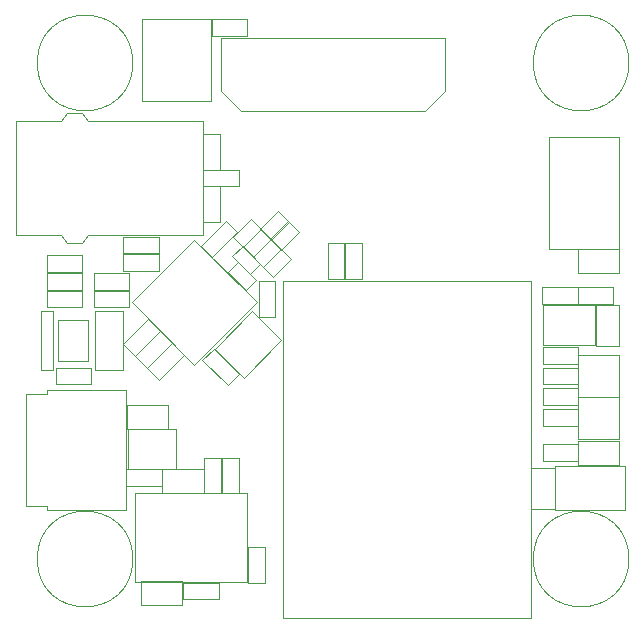
<source format=gbr>
%TF.GenerationSoftware,KiCad,Pcbnew,7.0.7*%
%TF.CreationDate,2024-01-21T18:01:17-05:00*%
%TF.ProjectId,Forerunner-Cubic-Mainboard,466f7265-7275-46e6-9e65-722d43756269,rev?*%
%TF.SameCoordinates,Original*%
%TF.FileFunction,Other,User*%
%FSLAX46Y46*%
G04 Gerber Fmt 4.6, Leading zero omitted, Abs format (unit mm)*
G04 Created by KiCad (PCBNEW 7.0.7) date 2024-01-21 18:01:17*
%MOMM*%
%LPD*%
G01*
G04 APERTURE LIST*
%ADD10C,0.050000*%
G04 APERTURE END LIST*
D10*
%TO.C,LP1*%
X7200000Y25000000D02*
X7200000Y20000000D01*
X4850000Y20000000D02*
X7200000Y20000000D01*
X4850000Y25000000D02*
X7200000Y25000000D01*
X4850000Y25000000D02*
X4850000Y20000000D01*
X1250000Y25000000D02*
X1250000Y20000000D01*
X300000Y20000000D02*
X1250000Y20000000D01*
X300000Y25000000D02*
X1250000Y25000000D01*
X300000Y25000000D02*
X300000Y20000000D01*
%TO.C,U8*%
X42775000Y25500000D02*
X42775000Y22100000D01*
X42775000Y25500000D02*
X47175000Y25500000D01*
X42775000Y22100000D02*
X47175000Y22100000D01*
X47175000Y25500000D02*
X47175000Y22100000D01*
%TO.C,C20*%
X7250000Y28400000D02*
X7250000Y29800000D01*
X10250000Y29800000D02*
X7250000Y29800000D01*
X10250000Y28400000D02*
X7250000Y28400000D01*
X10250000Y28400000D02*
X10250000Y29800000D01*
%TO.C,F2*%
X14750000Y48300000D02*
X14750000Y49700000D01*
X17750000Y49700000D02*
X14750000Y49700000D01*
X17750000Y48300000D02*
X14750000Y48300000D01*
X17750000Y48300000D02*
X17750000Y49700000D01*
%TO.C,SW1*%
X49750000Y8150000D02*
X43750000Y8150000D01*
X43750000Y8150000D02*
X43750000Y11850000D01*
X43750000Y11850000D02*
X49750000Y11850000D01*
X49750000Y11850000D02*
X49750000Y8150000D01*
%TO.C,R21*%
X7750000Y28200000D02*
X7750000Y26800000D01*
X4750000Y26800000D02*
X7750000Y26800000D01*
X4750000Y28200000D02*
X7750000Y28200000D01*
X4750000Y28200000D02*
X4750000Y26800000D01*
%TO.C,R27*%
X19081802Y28733274D02*
X18233274Y29581802D01*
X19718198Y31066726D02*
X18233274Y29581802D01*
X20566726Y30218198D02*
X19081802Y28733274D01*
X20566726Y30218198D02*
X19718198Y31066726D01*
%TO.C,MH3*%
X50050000Y4000000D02*
G75*
G03*
X50050000Y4000000I-4050000J0D01*
G01*
%TO.C,U5*%
X8250000Y2050000D02*
X8250000Y9550000D01*
X17750000Y2050000D02*
X8250000Y2050000D01*
X8250000Y9550000D02*
X17750000Y9550000D01*
X17750000Y9550000D02*
X17750000Y2050000D01*
%TO.C,R22*%
X7750000Y26700000D02*
X7750000Y25300000D01*
X4750000Y25300000D02*
X7750000Y25300000D01*
X4750000Y26700000D02*
X7750000Y26700000D01*
X4750000Y26700000D02*
X4750000Y25300000D01*
%TO.C,D8*%
X14000000Y39950000D02*
X15400000Y39950000D01*
X15400000Y36950000D02*
X15400000Y39950000D01*
X14000000Y36950000D02*
X14000000Y39950000D01*
X14000000Y36950000D02*
X15400000Y36950000D01*
%TO.C,R17*%
X14100000Y12550000D02*
X15500000Y12550000D01*
X15500000Y9550000D02*
X15500000Y12550000D01*
X14100000Y9550000D02*
X14100000Y12550000D01*
X14100000Y9550000D02*
X15500000Y9550000D01*
%TO.C,L2*%
X8800000Y49750000D02*
X14700000Y49750000D01*
X14700000Y42750000D02*
X14700000Y49750000D01*
X8800000Y42750000D02*
X8800000Y49750000D01*
X8800000Y42750000D02*
X14700000Y42750000D01*
%TO.C,R7*%
X45750000Y21950000D02*
X45750000Y20550000D01*
X42750000Y20550000D02*
X45750000Y20550000D01*
X42750000Y21950000D02*
X45750000Y21950000D01*
X42750000Y21950000D02*
X42750000Y20550000D01*
%TO.C,X1*%
X14971573Y21796447D02*
X18153553Y24978427D01*
X18153553Y24978427D02*
X20628427Y22503553D01*
X20628427Y22503553D02*
X17446447Y19321573D01*
X17446447Y19321573D02*
X14971573Y21796447D01*
%TO.C,MH4*%
X8050000Y4000000D02*
G75*
G03*
X8050000Y4000000I-4050000J0D01*
G01*
%TO.C,C22*%
X7250000Y29900000D02*
X7250000Y31300000D01*
X10250000Y31300000D02*
X7250000Y31300000D01*
X10250000Y29900000D02*
X7250000Y29900000D01*
X10250000Y29900000D02*
X10250000Y31300000D01*
%TO.C,R9*%
X24550000Y30750000D02*
X25950000Y30750000D01*
X25950000Y27750000D02*
X25950000Y30750000D01*
X24550000Y27750000D02*
X24550000Y30750000D01*
X24550000Y27750000D02*
X25950000Y27750000D01*
%TO.C,J1*%
X750000Y18350000D02*
X7500000Y18350000D01*
X750000Y18000000D02*
X750000Y18350000D01*
X-1000000Y18000000D02*
X750000Y18000000D01*
X750000Y8500000D02*
X750000Y8150000D01*
X-1000000Y8500000D02*
X-1000000Y18000000D01*
X-1000000Y8500000D02*
X750000Y8500000D01*
X7500000Y8150000D02*
X7500000Y18350000D01*
X750000Y8150000D02*
X7500000Y8150000D01*
%TO.C,C13*%
X8750000Y100000D02*
X8750000Y2100000D01*
X12250000Y2100000D02*
X8750000Y2100000D01*
X12250000Y100000D02*
X8750000Y100000D01*
X12250000Y100000D02*
X12250000Y2100000D01*
%TO.C,D6*%
X12300000Y600000D02*
X12300000Y2000000D01*
X15300000Y2000000D02*
X12300000Y2000000D01*
X15300000Y600000D02*
X12300000Y600000D01*
X15300000Y600000D02*
X15300000Y2000000D01*
%TO.C,R6*%
X45750000Y13700000D02*
X45750000Y12300000D01*
X42750000Y12300000D02*
X45750000Y12300000D01*
X42750000Y13700000D02*
X45750000Y13700000D01*
X42750000Y13700000D02*
X42750000Y12300000D01*
%TO.C,R28*%
X18231802Y29583274D02*
X17383274Y30431802D01*
X18868198Y31916726D02*
X17383274Y30431802D01*
X19716726Y31068198D02*
X18231802Y29583274D01*
X19716726Y31068198D02*
X18868198Y31916726D01*
%TO.C,R11*%
X42750000Y17050000D02*
X42750000Y18450000D01*
X45750000Y18450000D02*
X42750000Y18450000D01*
X45750000Y17050000D02*
X42750000Y17050000D01*
X45750000Y17050000D02*
X45750000Y18450000D01*
%TO.C,D2*%
X10500000Y11600000D02*
X10500000Y10200000D01*
X7500000Y10200000D02*
X10500000Y10200000D01*
X7500000Y11600000D02*
X10500000Y11600000D01*
X7500000Y11600000D02*
X7500000Y10200000D01*
%TO.C,R24*%
X16483274Y29618198D02*
X17331802Y30466726D01*
X18816726Y28981802D02*
X17331802Y30466726D01*
X17968198Y28133274D02*
X16483274Y29618198D01*
X17968198Y28133274D02*
X18816726Y28981802D01*
%TO.C,C25*%
X18700000Y27500000D02*
X20100000Y27500000D01*
X20100000Y24500000D02*
X20100000Y27500000D01*
X18700000Y24500000D02*
X18700000Y27500000D01*
X18700000Y24500000D02*
X20100000Y24500000D01*
%TO.C,D7*%
X750000Y26800000D02*
X750000Y28200000D01*
X3750000Y28200000D02*
X750000Y28200000D01*
X3750000Y26800000D02*
X750000Y26800000D01*
X3750000Y26800000D02*
X3750000Y28200000D01*
%TO.C,R31*%
X45725000Y27000000D02*
X45725000Y25600000D01*
X42725000Y25600000D02*
X45725000Y25600000D01*
X42725000Y27000000D02*
X45725000Y27000000D01*
X42725000Y27000000D02*
X42725000Y25600000D01*
%TO.C,U6*%
X18553301Y25750000D02*
X13250000Y20446699D01*
X7946699Y25750000D02*
X13250000Y20446699D01*
X13250000Y31053301D02*
X18553301Y25750000D01*
X13250000Y31053301D02*
X7946699Y25750000D01*
%TO.C,Q3*%
X45750000Y14200000D02*
X45750000Y17700000D01*
X49250000Y17700000D02*
X45750000Y17700000D01*
X49250000Y14200000D02*
X45750000Y14200000D01*
X49250000Y14200000D02*
X49250000Y17700000D01*
%TO.C,U7*%
X43250000Y39750000D02*
X49250000Y39750000D01*
X49250000Y30250000D02*
X49250000Y39750000D01*
X49250000Y30250000D02*
X43250000Y30250000D01*
X43250000Y30250000D02*
X43250000Y39750000D01*
%TO.C,C2*%
X41750000Y11750000D02*
X43750000Y11750000D01*
X43750000Y8250000D02*
X43750000Y11750000D01*
X41750000Y8250000D02*
X41750000Y11750000D01*
X41750000Y8250000D02*
X43750000Y8250000D01*
%TO.C,R8*%
X26050000Y30750000D02*
X27450000Y30750000D01*
X27450000Y27750000D02*
X27450000Y30750000D01*
X26050000Y27750000D02*
X26050000Y30750000D01*
X26050000Y27750000D02*
X27450000Y27750000D01*
%TO.C,MH1*%
X8050000Y46000000D02*
G75*
G03*
X8050000Y46000000I-4050000J0D01*
G01*
%TO.C,J2*%
X2500000Y41750000D02*
X3750000Y41750000D01*
X14000000Y41100000D02*
X4250000Y41100000D01*
X4250000Y41100000D02*
X3750000Y41750000D01*
X2000000Y41100000D02*
X2500000Y41750000D01*
X2000000Y41100000D02*
X-1875000Y41100000D01*
X14000000Y31400000D02*
X14000000Y41100000D01*
X4250000Y31400000D02*
X14000000Y31400000D01*
X4250000Y31400000D02*
X3750000Y30750000D01*
X2000000Y31400000D02*
X2500000Y30750000D01*
X-1875000Y31400000D02*
X-1875000Y41100000D01*
X-1875000Y31400000D02*
X2000000Y31400000D01*
X3750000Y30750000D02*
X2500000Y30750000D01*
%TO.C,C9*%
X11050000Y17000000D02*
X11050000Y15000000D01*
X7550000Y15000000D02*
X11050000Y15000000D01*
X7550000Y17000000D02*
X11050000Y17000000D01*
X7550000Y17000000D02*
X7550000Y15000000D01*
%TO.C,C19*%
X9233274Y20193324D02*
X8243324Y21183274D01*
X10364644Y23304594D02*
X8243324Y21183274D01*
X11354594Y22314644D02*
X9233274Y20193324D01*
X11354594Y22314644D02*
X10364644Y23304594D01*
%TO.C,R26*%
X19931802Y27883274D02*
X19083274Y28731802D01*
X20568198Y30216726D02*
X19083274Y28731802D01*
X21416726Y29368198D02*
X19931802Y27883274D01*
X21416726Y29368198D02*
X20568198Y30216726D01*
%TO.C,R20*%
X750000Y25300000D02*
X750000Y26700000D01*
X3750000Y26700000D02*
X750000Y26700000D01*
X3750000Y25300000D02*
X750000Y25300000D01*
X3750000Y25300000D02*
X3750000Y26700000D01*
%TO.C,L1*%
X17000000Y36950000D02*
X17000000Y35550000D01*
X14000000Y35550000D02*
X17000000Y35550000D01*
X14000000Y36950000D02*
X17000000Y36950000D01*
X14000000Y36950000D02*
X14000000Y35550000D01*
%TO.C,D9*%
X15400000Y32550000D02*
X14000000Y32550000D01*
X14000000Y35550000D02*
X14000000Y32550000D01*
X15400000Y35550000D02*
X15400000Y32550000D01*
X15400000Y35550000D02*
X14000000Y35550000D01*
%TO.C,R29*%
X17381802Y30433274D02*
X16533274Y31281802D01*
X18018198Y32766726D02*
X16533274Y31281802D01*
X18866726Y31918198D02*
X17381802Y30433274D01*
X18866726Y31918198D02*
X18018198Y32766726D01*
%TO.C,C18*%
X8233274Y21193324D02*
X7243324Y22183274D01*
X9364644Y24304594D02*
X7243324Y22183274D01*
X10354594Y23314644D02*
X8233274Y21193324D01*
X10354594Y23314644D02*
X9364644Y24304594D01*
%TO.C,D1*%
X4250000Y20750000D02*
X1750000Y20750000D01*
X1750000Y24250000D02*
X1750000Y20750000D01*
X4250000Y24250000D02*
X4250000Y20750000D01*
X4250000Y24250000D02*
X1750000Y24250000D01*
%TO.C,U1*%
X41750000Y27540000D02*
X41750000Y-960000D01*
X20750000Y-960000D02*
X41750000Y-960000D01*
X20750000Y27540000D02*
X41750000Y27540000D01*
X20750000Y27540000D02*
X20750000Y-960000D01*
%TO.C,C26*%
X20631802Y30183274D02*
X19783274Y31031802D01*
X21268198Y32516726D02*
X19783274Y31031802D01*
X22116726Y31668198D02*
X20631802Y30183274D01*
X22116726Y31668198D02*
X21268198Y32516726D01*
%TO.C,C23*%
X15915685Y32655635D02*
X16905635Y31665685D01*
X14784315Y29544365D02*
X16905635Y31665685D01*
X13794365Y30534315D02*
X15915685Y32655635D01*
X13794365Y30534315D02*
X14784315Y29544365D01*
%TO.C,R32*%
X48725000Y27000000D02*
X48725000Y25600000D01*
X45725000Y25600000D02*
X48725000Y25600000D01*
X45725000Y27000000D02*
X48725000Y27000000D01*
X45725000Y27000000D02*
X45725000Y25600000D01*
%TO.C,C12*%
X14050000Y11600000D02*
X14050000Y9600000D01*
X10550000Y9600000D02*
X14050000Y9600000D01*
X10550000Y11600000D02*
X14050000Y11600000D01*
X10550000Y11600000D02*
X10550000Y9600000D01*
%TO.C,J4*%
X15525000Y48104000D02*
X34475000Y48104000D01*
X15525000Y43596000D02*
X15525000Y48104000D01*
X17225000Y41896000D02*
X15525000Y43596000D01*
X32775000Y41896000D02*
X17225000Y41896000D01*
X32775000Y41896000D02*
X34475000Y43596000D01*
X34475000Y43596000D02*
X34475000Y48104000D01*
%TO.C,R16*%
X15600000Y12550000D02*
X17000000Y12550000D01*
X17000000Y9550000D02*
X17000000Y12550000D01*
X15600000Y9550000D02*
X15600000Y12550000D01*
X15600000Y9550000D02*
X17000000Y9550000D01*
%TO.C,C30*%
X45750000Y28250000D02*
X45750000Y30250000D01*
X49250000Y30250000D02*
X45750000Y30250000D01*
X49250000Y28250000D02*
X45750000Y28250000D01*
X49250000Y28250000D02*
X49250000Y30250000D01*
%TO.C,R25*%
X16133274Y28268198D02*
X16981802Y29116726D01*
X18466726Y27631802D02*
X16981802Y29116726D01*
X17618198Y26783274D02*
X16133274Y28268198D01*
X17618198Y26783274D02*
X18466726Y27631802D01*
%TO.C,D3*%
X7610000Y15000000D02*
X7610000Y11600000D01*
X7610000Y15000000D02*
X11740000Y15000000D01*
X7610000Y11600000D02*
X11740000Y11600000D01*
X11740000Y15000000D02*
X11740000Y11600000D01*
%TO.C,R18*%
X17800000Y5000000D02*
X19200000Y5000000D01*
X19200000Y2000000D02*
X19200000Y5000000D01*
X17800000Y2000000D02*
X17800000Y5000000D01*
X17800000Y2000000D02*
X19200000Y2000000D01*
%TO.C,R23*%
X11365685Y22305635D02*
X12355635Y21315685D01*
X10234315Y19194365D02*
X12355635Y21315685D01*
X9244365Y20184315D02*
X11365685Y22305635D01*
X9244365Y20184315D02*
X10234315Y19194365D01*
%TO.C,MH2*%
X50050000Y46000000D02*
G75*
G03*
X50050000Y46000000I-4050000J0D01*
G01*
%TO.C,R12*%
X42750000Y15300000D02*
X42750000Y16700000D01*
X45750000Y16700000D02*
X42750000Y16700000D01*
X45750000Y15300000D02*
X42750000Y15300000D01*
X45750000Y15300000D02*
X45750000Y16700000D01*
%TO.C,C31*%
X47225000Y25550000D02*
X49225000Y25550000D01*
X49225000Y22050000D02*
X49225000Y25550000D01*
X47225000Y22050000D02*
X47225000Y25550000D01*
X47225000Y22050000D02*
X49225000Y22050000D01*
%TO.C,R1*%
X4500000Y20200000D02*
X4500000Y18800000D01*
X1500000Y18800000D02*
X4500000Y18800000D01*
X1500000Y20200000D02*
X4500000Y20200000D01*
X1500000Y20200000D02*
X1500000Y18800000D01*
%TO.C,C1*%
X45750000Y12000000D02*
X45750000Y14000000D01*
X49250000Y14000000D02*
X45750000Y14000000D01*
X49250000Y12000000D02*
X45750000Y12000000D01*
X49250000Y12000000D02*
X49250000Y14000000D01*
%TO.C,R19*%
X3750000Y29700000D02*
X3750000Y28300000D01*
X750000Y28300000D02*
X3750000Y28300000D01*
X750000Y29700000D02*
X3750000Y29700000D01*
X750000Y29700000D02*
X750000Y28300000D01*
%TO.C,C27*%
X19681802Y31133274D02*
X18833274Y31981802D01*
X20318198Y33466726D02*
X18833274Y31981802D01*
X21166726Y32618198D02*
X19681802Y31133274D01*
X21166726Y32618198D02*
X20318198Y33466726D01*
%TO.C,R10*%
X42750000Y18800000D02*
X42750000Y20200000D01*
X45750000Y20200000D02*
X42750000Y20200000D01*
X45750000Y18800000D02*
X42750000Y18800000D01*
X45750000Y18800000D02*
X45750000Y20200000D01*
%TO.C,Q2*%
X45750000Y17750000D02*
X45750000Y21250000D01*
X49250000Y21250000D02*
X45750000Y21250000D01*
X49250000Y17750000D02*
X45750000Y17750000D01*
X49250000Y17750000D02*
X49250000Y21250000D01*
%TO.C,C24*%
X13944365Y20815685D02*
X14934315Y21805635D01*
X17055635Y19684315D02*
X14934315Y21805635D01*
X16065685Y18694365D02*
X13944365Y20815685D01*
X16065685Y18694365D02*
X17055635Y19684315D01*
%TD*%
M02*

</source>
